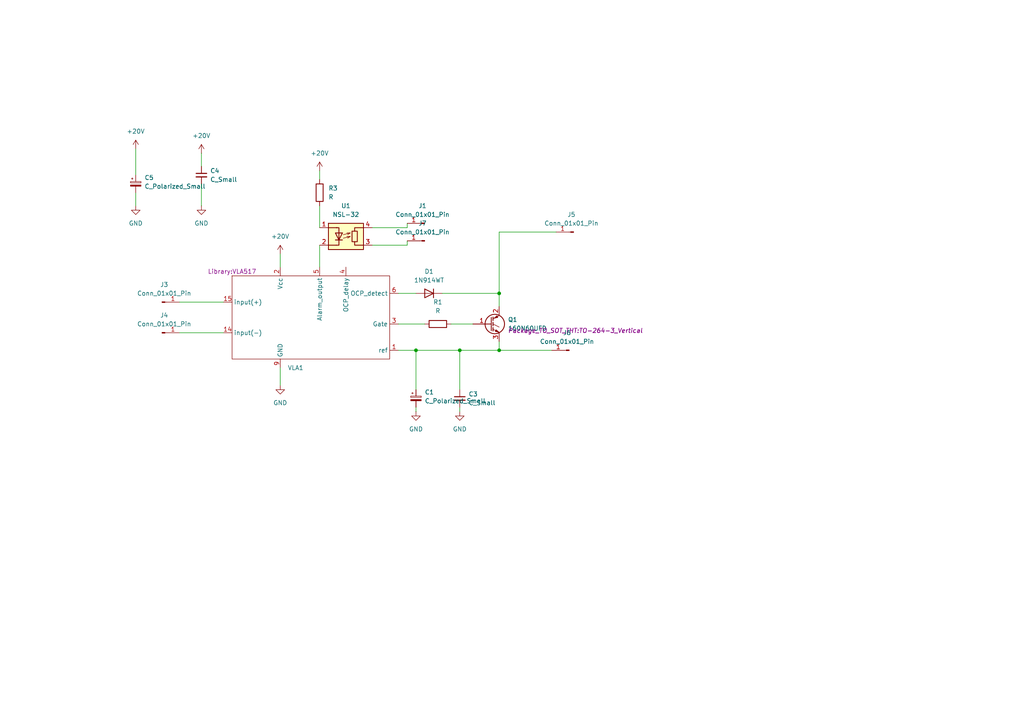
<source format=kicad_sch>
(kicad_sch (version 20250114) (generator "eeschema") (generator_version "9.0")
  (paper "A4")
  (lib_symbols
    (symbol "Diode:1N914WT" (pin_numbers (hide yes)) (pin_names (hide yes))
      (property "Reference" "D" (at 0 2.54 0))
      (property "Value" "1N914WT" (at 0 -2.54 0))
      (symbol "1N914WT_0_1"
        (polyline (pts (xy -1.27 1.27) (xy -1.27 -1.27)) (stroke (width 0.254)))
        (polyline (pts (xy 1.27 1.27) (xy 1.27 -1.27) (xy -1.27 0) (xy 1.27 1.27)) (stroke (width 0.254)))
        (polyline (pts (xy 1.27 0) (xy -1.27 0)))
      )
      (symbol "1N914WT_1_1"
        (pin passive line (at -3.81 0 0) (length 2.54) (name "K") (number "1"))
        (pin passive line (at 3.81 0 180) (length 2.54) (name "A") (number "2"))
      )
    )
    (symbol "Isolator:NSL-32" (pin_names (offset 0.762) (hide yes))
      (property "Reference" "U" (at 0 5.08 0))
      (property "Value" "NSL-32" (at 0 -5.08 0))
      (symbol "NSL-32_0_1"
        (rectangle (start -5.08 3.81) (end 5.08 -3.81) (stroke (width 0.254)) (fill (type background)))
        (polyline (pts (xy -5.08 2.54) (xy -2.54 2.54)) (stroke (width 0.254)))
        (polyline (pts (xy -2.794 -2.54) (xy -5.08 -2.54)) (stroke (width 0.254)))
        (polyline (pts (xy -2.794 -2.54) (xy -2.032 -2.54) (xy -2.032 2.54) (xy -2.794 2.54)) (stroke (width 0.254)))
        (polyline (pts (xy -1.016 1.016) (xy -3.048 1.016) (xy -2.032 -1.016) (xy -1.016 1.016) (xy -1.016 1.016) (xy -1.016 1.016)) (stroke (width 0.254)))
        (polyline (pts (xy -1.016 -1.016) (xy -3.048 -1.016) (xy -3.048 -1.016)) (stroke (width 0.254)))
        (polyline (pts (xy -0.762 0.508) (xy 1.27 1.016) (xy 1.27 1.016)))
        (polyline (pts (xy -0.762 -0.508) (xy 1.27 0) (xy 1.27 0)))
        (polyline (pts (xy 0.254 1.016) (xy 1.27 1.016) (xy 0.508 0.508) (xy 0.508 0.508)))
        (polyline (pts (xy 0.254 0) (xy 1.27 0) (xy 0.508 -0.508) (xy 0.508 -0.508)))
        (rectangle (start 1.778 1.524) (end 3.302 -1.524) (stroke (width 0.254)))
        (polyline (pts (xy 2.54 1.524) (xy 2.54 2.54) (xy 5.08 2.54)) (stroke (width 0.254)))
        (polyline (pts (xy 2.54 -1.524) (xy 2.54 -2.54) (xy 5.08 -2.54)) (stroke (width 0.254)))
      )
      (symbol "NSL-32_1_1"
        (pin passive line (at -7.62 2.54 0) (length 2.54) (name "A") (number "1"))
        (pin passive line (at -7.62 -2.54 0) (length 2.54) (name "K") (number "2"))
        (pin passive line (at 7.62 2.54 180) (length 2.54) (name "R") (number "4"))
        (pin passive line (at 7.62 -2.54 180) (length 2.54) (name "R") (number "3"))
      )
    )
    (symbol "power:GND" (power) (pin_numbers (hide yes)) (pin_names (offset 0) (hide yes))
      (property "Value" "GND" (at 0 -3.81 0))
      (symbol "GND_0_1"
        (polyline (pts (xy 0 0) (xy 0 -1.27) (xy 1.27 -1.27) (xy 0 -2.54) (xy -1.27 -1.27) (xy 0 -1.27)))
      )
      (symbol "GND_1_1"
        (pin power_in line (at 0 0 270) (length 0) (name "~") (number "1"))
      )
    )
    (symbol "power_train:+20V" (power) (pin_numbers (hide yes)) (pin_names (offset 0) (hide yes))
      (property "Value" "+20V" (at 0 3.556 0))
      (symbol "+20V_0_1"
        (polyline (pts (xy -0.762 1.27) (xy 0 2.54)))
        (polyline (pts (xy 0 2.54) (xy 0.762 1.27)))
        (polyline (pts (xy 0 0) (xy 0 2.54)))
      )
      (symbol "+20V_1_1"
        (pin power_in line (at 0 0 90) (length 0) (name "~") (number "1"))
      )
    )
    (symbol "power_train:160N60" (pin_names (offset 0) (hide yes))
      (property "Reference" "Q1" (at 5.08 1.2701 0))
      (property "Value" "160N60UFD" (at 5.08 -1.2699 0))
      (symbol "160N60_0_1"
        (polyline (pts (xy 0 0) (xy 0.254 0)))
        (polyline (pts (xy 0.254 1.905) (xy 0.254 -1.905) (xy 0.254 -1.905)) (stroke (width 0.254)))
        (polyline (pts (xy 0.762 2.032) (xy 0.762 1.016)) (stroke (width 0.254)))
        (polyline (pts (xy 0.762 0.508) (xy 0.762 -0.508)) (stroke (width 0.254)))
        (polyline (pts (xy 0.762 -1.016) (xy 0.762 -2.032)) (stroke (width 0.254)))
        (circle (center 1.27 0) (radius 2.8194) (stroke (width 0.254)))
        (polyline (pts (xy 1.397 -2.159) (xy 1.651 -1.651) (xy 2.54 -2.413) (xy 1.397 -2.159)) (fill (type outline)))
        (polyline (pts (xy 2.159 1.905) (xy 1.905 2.413) (xy 1.016 1.651) (xy 2.159 1.905)) (fill (type outline)))
        (polyline (pts (xy 2.54 2.413) (xy 0.762 1.524)))
        (polyline (pts (xy 2.54 -0.889) (xy 0.762 0)))
        (polyline (pts (xy 2.54 -2.413) (xy 0.762 -1.524)))
      )
      (symbol "160N60_1_1"
        (pin input line (at -5.08 0 0) (length 5.08) (name "G") (number "1"))
        (pin passive line (at 2.54 5.08 270) (length 2.54) (name "C") (number "2"))
        (pin passive line (at 2.54 -5.08 90) (length 2.54) (name "E") (number "3"))
      )
    )
    (symbol "power_train:C_Polarized_Small" (pin_numbers (hide yes)) (pin_names (offset 0.254) (hide yes))
      (property "Reference" "C" (at 0.254 1.778 0))
      (property "Value" "C_Polarized_Small" (at 0.254 -2.032 0))
      (symbol "C_Polarized_Small_0_1"
        (rectangle (start -1.524 0.6858) (end 1.524 0.3048))
        (rectangle (start -1.524 -0.3048) (end 1.524 -0.6858) (fill (type outline)))
        (polyline (pts (xy -1.27 1.524) (xy -0.762 1.524)))
        (polyline (pts (xy -1.016 1.27) (xy -1.016 1.778)))
      )
      (symbol "C_Polarized_Small_1_1"
        (pin passive line (at 0 2.54 270) (length 1.8542) (name "~") (number "1"))
        (pin passive line (at 0 -2.54 90) (length 1.8542) (name "~") (number "2"))
      )
    )
    (symbol "power_train:C_Small" (pin_numbers (hide yes)) (pin_names (offset 0.254) (hide yes))
      (property "Reference" "C" (at 0.254 1.778 0))
      (property "Value" "C_Small" (at 0.254 -2.032 0))
      (symbol "C_Small_0_1"
        (polyline (pts (xy -1.524 0.508) (xy 1.524 0.508)) (stroke (width 0.3048)))
        (polyline (pts (xy -1.524 -0.508) (xy 1.524 -0.508)) (stroke (width 0.3302)))
      )
      (symbol "C_Small_1_1"
        (pin passive line (at 0 2.54 270) (length 2.032) (name "~") (number "1"))
        (pin passive line (at 0 -2.54 90) (length 2.032) (name "~") (number "2"))
      )
    )
    (symbol "power_train:Conn_01x01_Pin" (pin_names (offset 1.016) (hide yes))
      (property "Reference" "J" (at 0 2.54 0))
      (property "Value" "Conn_01x01_Pin" (at 0 -2.54 0))
      (symbol "Conn_01x01_Pin_1_1"
        (rectangle (start 0.8636 0.127) (end 0 -0.127) (stroke (width 0.1524)) (fill (type outline)))
        (polyline (pts (xy 1.27 0) (xy 0.8636 0)) (stroke (width 0.1524)))
        (pin passive line (at 5.08 0 180) (length 3.81) (name "Pin_1") (number "1"))
      )
    )
    (symbol "power_train:R" (pin_numbers (hide yes)) (pin_names (offset 0))
      (property "Reference" "R" (at 2.032 0 90))
      (property "Value" "R" (at 0 0 90))
      (symbol "R_0_1"
        (rectangle (start -1.016 -2.54) (end 1.016 2.54) (stroke (width 0.254)))
      )
      (symbol "R_1_1"
        (pin passive line (at 0 3.81 270) (length 1.27) (name "~") (number "1"))
        (pin passive line (at 0 -3.81 90) (length 1.27) (name "~") (number "2"))
      )
    )
    (symbol "power_train:VLA517"
      (property "Reference" "VLA517" (at 0 0 0))
      (property "Footprint" "Library:VLA517" (at 0 0 0))
      (symbol "VLA517_0_1"
        (rectangle (start 0 -1.27) (end 0 -1.27))
        (rectangle (start 0 -1.27) (end 0 -1.27))
        (rectangle (start 0 -1.27) (end 45.72 -25.4))
      )
      (symbol "VLA517_1_1"
        (pin input line (at -2.54 -8.89 0) (length 2.54) (name "input(+)") (number "15"))
        (pin input line (at -2.54 -17.78 0) (length 2.54) (name "input(-)") (number "14"))
        (pin power_in line (at 13.97 1.27 270) (length 2.54) (name "Vcc") (number "2"))
        (pin power_in line (at 13.97 -27.94 90) (length 2.54) (name "GND") (number "9"))
        (pin output line (at 25.4 1.27 270) (length 2.54) (name "Alarm_output") (number "5"))
        (pin input line (at 33.02 1.27 270) (length 2.54) (name "OCP_delay") (number "4"))
        (pin input line (at 48.26 -6.35 180) (length 2.54) (name "OCP_detect") (number "6"))
        (pin output line (at 48.26 -15.24 180) (length 2.54) (name "Gate") (number "3"))
        (pin passive line (at 48.26 -22.86 180) (length 2.54) (name "ref") (number "1"))
      )
    )
  )
  (junction (at 144.78 101.6))
  (junction (at 120.65 101.6))
  (junction (at 133.35 101.6))
  (junction (at 144.78 85.09))
  (wire (pts (xy 92.71 71.12) (xy 92.71 77.47)))
  (wire (pts (xy 130.81 93.98) (xy 137.16 93.98)))
  (wire (pts (xy 115.57 93.98) (xy 123.19 93.98)))
  (wire (pts (xy 133.35 119.38) (xy 133.35 118.11)))
  (wire (pts (xy 133.35 101.6) (xy 133.35 113.03)))
  (wire (pts (xy 107.95 66.04) (xy 118.11 66.04)))
  (wire (pts (xy 115.57 101.6) (xy 120.65 101.6)))
  (wire (pts (xy 120.65 101.6) (xy 133.35 101.6)))
  (wire (pts (xy 81.28 73.66) (xy 81.28 77.47)))
  (wire (pts (xy 118.11 66.04) (xy 118.11 64.77)))
  (wire (pts (xy 120.65 101.6) (xy 120.65 113.03)))
  (wire (pts (xy 39.37 55.88) (xy 39.37 59.69)))
  (wire (pts (xy 133.35 101.6) (xy 144.78 101.6)))
  (wire (pts (xy 58.42 44.45) (xy 58.42 48.26)))
  (wire (pts (xy 115.57 85.09) (xy 120.65 85.09)))
  (wire (pts (xy 58.42 53.34) (xy 58.42 59.69)))
  (wire (pts (xy 118.11 71.12) (xy 118.11 69.85)))
  (wire (pts (xy 92.71 59.69) (xy 92.71 66.04)))
  (wire (pts (xy 52.07 87.63) (xy 64.77 87.63)))
  (wire (pts (xy 81.28 106.68) (xy 81.28 111.76)))
  (wire (pts (xy 128.27 85.09) (xy 144.78 85.09)))
  (wire (pts (xy 144.78 85.09) (xy 144.78 67.31)))
  (wire (pts (xy 120.65 119.38) (xy 120.65 118.11)))
  (wire (pts (xy 39.37 43.18) (xy 39.37 50.8)))
  (wire (pts (xy 52.07 96.52) (xy 64.77 96.52)))
  (wire (pts (xy 92.71 49.53) (xy 92.71 52.07)))
  (wire (pts (xy 144.78 85.09) (xy 144.78 88.9)))
  (wire (pts (xy 144.78 101.6) (xy 144.78 99.06)))
  (wire (pts (xy 144.78 67.31) (xy 161.29 67.31)))
  (wire (pts (xy 144.78 101.6) (xy 160.02 101.6)))
  (wire (pts (xy 107.95 71.12) (xy 118.11 71.12)))
  (symbol (lib_id "power_train:C_Small") (at 58.42 50.8 0) (unit 1)
    (property "Reference" "C4" (at 60.96 49.5362 0) (effects (justify left)))
    (property "Value" "C_Small" (at 60.96 52.0762 0) (effects (justify left)))
    (property "Footprint" "Capacitor_THT:C_Axial_L5.1mm_D3.1mm_P7.50mm_Horizontal" (effects (hide yes)))
  )
  (symbol (lib_id "power_train:C_Polarized_Small") (at 120.65 115.57 0) (unit 1)
    (property "Reference" "C1" (at 123.19 113.7538 0) (effects (justify left)))
    (property "Value" "C_Polarized_Small" (at 123.19 116.2938 0) (effects (justify left)))
    (property "Footprint" "Capacitor_THT:CP_Radial_D8.0mm_P3.50mm" (effects (hide yes)))
  )
  (symbol (lib_id "power_train:+20V") (at 39.37 43.18 0) (unit 1)
    (property "Reference" "#PWR07" (effects (hide yes)))
    (property "Value" "+20V" (at 39.37 38.1 0))
    (property "Description" "Power symbol creates a global label with name \"+24V\"" (effects (hide yes)))
  )
  (symbol (lib_id "power_train:Conn_01x01_Pin") (at 46.99 96.52 0) (unit 1) (in_bom no)
    (property "Reference" "J4" (at 47.625 91.44 0))
    (property "Value" "Conn_01x01_Pin" (at 47.625 93.98 0))
    (property "Footprint" "TestPoint:TestPoint_THTPad_1.0x1.0mm_Drill0.5mm" (effects (hide yes)))
  )
  (symbol (lib_id "power_train:Conn_01x01_Pin") (at 123.19 69.85 0) (mirror y) (unit 1) (in_bom no)
    (property "Reference" "J7" (at 122.555 64.77 0))
    (property "Value" "Conn_01x01_Pin" (at 122.555 67.31 0))
    (property "Footprint" "TestPoint:TestPoint_THTPad_1.0x1.0mm_Drill0.5mm" (effects (hide yes)))
  )
  (symbol (lib_id "power_train:Conn_01x01_Pin") (at 123.19 64.77 0) (mirror y) (unit 1) (in_bom no)
    (property "Reference" "J1" (at 122.555 59.69 0))
    (property "Value" "Conn_01x01_Pin" (at 122.555 62.23 0))
    (property "Footprint" "TestPoint:TestPoint_THTPad_1.0x1.0mm_Drill0.5mm" (effects (hide yes)))
  )
  (symbol (lib_id "power:GND") (at 81.28 111.76 0) (unit 1)
    (property "Reference" "#PWR02" (effects (hide yes)))
    (property "Value" "GND" (at 81.28 116.84 0))
    (property "Description" "Power symbol creates a global label with name \"GND\" , ground" (effects (hide yes)))
  )
  (symbol (lib_id "power_train:C_Polarized_Small") (at 39.37 53.34 0) (unit 1)
    (property "Reference" "C5" (at 41.91 51.5238 0) (effects (justify left)))
    (property "Value" "C_Polarized_Small" (at 41.91 54.0638 0) (effects (justify left)))
    (property "Footprint" "Capacitor_THT:CP_Radial_D8.0mm_P3.50mm" (effects (hide yes)))
  )
  (symbol (lib_id "power_train:Conn_01x01_Pin") (at 165.1 101.6 0) (mirror y) (unit 1) (in_bom no)
    (property "Reference" "J6" (at 164.465 96.52 0))
    (property "Value" "Conn_01x01_Pin" (at 164.465 99.06 0))
    (property "Footprint" "TestPoint:TestPoint_THTPad_1.0x1.0mm_Drill0.5mm" (effects (hide yes)))
  )
  (symbol (lib_id "power_train:160N60") (at 142.24 93.98 0) (unit 1)
    (property "Reference" "Q1" (at 147.32 92.7099 0) (effects (justify left)))
    (property "Value" "160N60UFD" (at 147.32 95.2499 0) (effects (justify left)))
    (property "Footprint" "Package_TO_SOT_THT:TO-264-3_Vertical" (at 147.32 95.885 0) (effects (font (italic yes)) (justify left)))
  )
  (symbol (lib_id "power_train:+20V") (at 58.42 44.45 0) (unit 1)
    (property "Reference" "#PWR06" (effects (hide yes)))
    (property "Value" "+20V" (at 58.42 39.37 0))
    (property "Description" "Power symbol creates a global label with name \"+24V\"" (effects (hide yes)))
  )
  (symbol (lib_id "power_train:+20V") (at 92.71 49.53 0) (unit 1)
    (property "Reference" "#PWR05" (effects (hide yes)))
    (property "Value" "+20V" (at 92.71 44.45 0))
    (property "Description" "Power symbol creates a global label with name \"+24V\"" (effects (hide yes)))
  )
  (symbol (lib_id "Diode:1N914WT") (at 124.46 85.09 0) (mirror y) (unit 1)
    (property "Reference" "D1" (at 124.46 78.74 0))
    (property "Value" "1N914WT" (at 124.46 81.28 0))
    (property "Footprint" "Diode_SMD:D_SOD-523" (effects (hide yes)))
    (property "Sim.Device" "D" (effects (hide yes)))
    (property "Sim.Pins" "1=K 2=A" (effects (hide yes)))
  )
  (symbol (lib_id "power:GND") (at 133.35 119.38 0) (unit 1)
    (property "Reference" "#PWR04" (effects (hide yes)))
    (property "Value" "GND" (at 133.35 124.46 0))
    (property "Description" "Power symbol creates a global label with name \"GND\" , ground" (effects (hide yes)))
  )
  (symbol (lib_id "power_train:Conn_01x01_Pin") (at 46.99 87.63 0) (unit 1) (in_bom no)
    (property "Reference" "J3" (at 47.625 82.55 0))
    (property "Value" "Conn_01x01_Pin" (at 47.625 85.09 0))
    (property "Footprint" "TestPoint:TestPoint_THTPad_1.0x1.0mm_Drill0.5mm" (effects (hide yes)))
  )
  (symbol (lib_id "power_train:R") (at 92.71 55.88 180) (unit 1)
    (property "Reference" "R3" (at 95.25 54.6099 0) (effects (justify right)))
    (property "Value" "R" (at 95.25 57.1499 0) (effects (justify right)))
    (property "Footprint" "Resistor_THT:R_Axial_DIN0309_L9.0mm_D3.2mm_P12.70mm_Horizontal" (effects (hide yes)))
  )
  (symbol (lib_id "power:GND") (at 58.42 59.69 0) (unit 1)
    (property "Reference" "#PWR09" (effects (hide yes)))
    (property "Value" "GND" (at 58.42 64.77 0))
    (property "Description" "Power symbol creates a global label with name \"GND\" , ground" (effects (hide yes)))
  )
  (symbol (lib_id "power:GND") (at 39.37 59.69 0) (unit 1)
    (property "Reference" "#PWR08" (effects (hide yes)))
    (property "Value" "GND" (at 39.37 64.77 0))
    (property "Description" "Power symbol creates a global label with name \"GND\" , ground" (effects (hide yes)))
  )
  (symbol (lib_id "power:GND") (at 120.65 119.38 0) (unit 1)
    (property "Reference" "#PWR03" (effects (hide yes)))
    (property "Value" "GND" (at 120.65 124.46 0))
    (property "Description" "Power symbol creates a global label with name \"GND\" , ground" (effects (hide yes)))
  )
  (symbol (lib_id "Isolator:NSL-32") (at 100.33 68.58 0) (unit 1)
    (property "Reference" "U1" (at 100.33 59.69 0))
    (property "Value" "NSL-32" (at 100.33 62.23 0))
    (property "Footprint" "OptoDevice:Luna_NSL-32" (effects (hide yes)))
  )
  (symbol (lib_id "power_train:+20V") (at 81.28 73.66 0) (unit 1)
    (property "Reference" "#PWR01" (effects (hide yes)))
    (property "Value" "+20V" (at 81.28 68.58 0))
    (property "Description" "Power symbol creates a global label with name \"+24V\"" (effects (hide yes)))
  )
  (symbol (lib_id "power_train:R") (at 127 93.98 270) (unit 1)
    (property "Reference" "R1" (at 127 87.63 90))
    (property "Value" "R" (at 127 90.17 90))
    (property "Footprint" "Resistor_THT:R_Axial_DIN0309_L9.0mm_D3.2mm_P12.70mm_Horizontal" (effects (hide yes)))
  )
  (symbol (lib_id "power_train:VLA517") (at 67.31 78.74 0) (unit 1)
    (property "Reference" "VLA1" (at 83.4233 106.68 0) (effects (justify left)))
    (property "Footprint" "Library:VLA517" (at 67.31 78.74 0))
  )
  (symbol (lib_id "power_train:Conn_01x01_Pin") (at 166.37 67.31 0) (mirror y) (unit 1) (in_bom no)
    (property "Reference" "J5" (at 165.735 62.23 0))
    (property "Value" "Conn_01x01_Pin" (at 165.735 64.77 0))
    (property "Footprint" "TestPoint:TestPoint_THTPad_1.0x1.0mm_Drill0.5mm" (effects (hide yes)))
  )
  (symbol (lib_id "power_train:C_Small") (at 133.35 115.57 0) (unit 1)
    (property "Reference" "C3" (at 135.89 114.3062 0) (effects (justify left)))
    (property "Value" "C_Small" (at 135.89 116.8462 0) (effects (justify left)))
    (property "Footprint" "Capacitor_THT:C_Axial_L5.1mm_D3.1mm_P7.50mm_Horizontal" (effects (hide yes)))
  )
)
</source>
